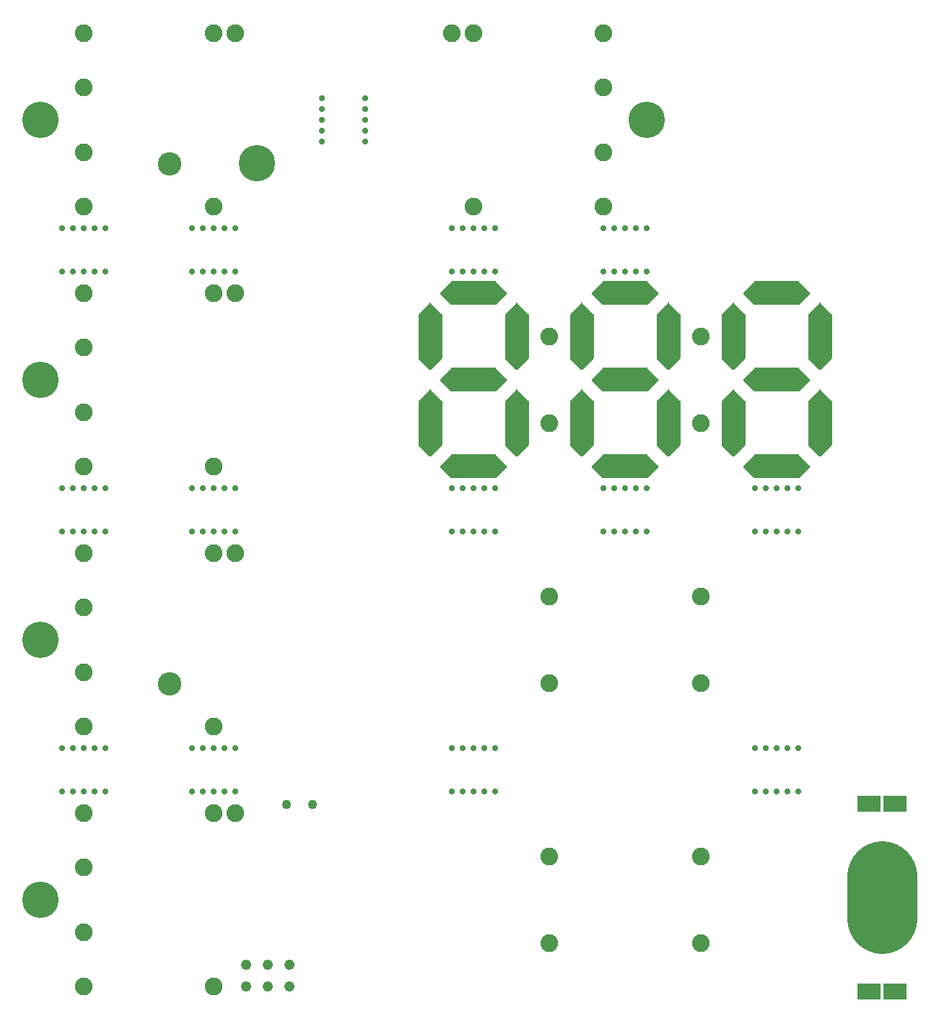
<source format=gbs>
G04 EAGLE Gerber RS-274X export*
G75*
%MOMM*%
%FSLAX34Y34*%
%LPD*%
%INSoldermask Bottom*%
%IPPOS*%
%AMOC8*
5,1,8,0,0,1.08239X$1,22.5*%
G01*
%ADD10C,4.267200*%
%ADD11C,2.743200*%
%ADD12C,0.711200*%
%ADD13C,1.103200*%
%ADD14R,2.743200X1.981200*%
%ADD15C,8.203200*%
%ADD16C,1.221313*%
%ADD17C,2.082800*%

G36*
X508078Y621043D02*
X508078Y621043D01*
X508197Y621046D01*
X508236Y621057D01*
X508276Y621061D01*
X508389Y621102D01*
X508503Y621135D01*
X508538Y621155D01*
X508576Y621169D01*
X508674Y621236D01*
X508777Y621296D01*
X508822Y621336D01*
X508839Y621347D01*
X508852Y621363D01*
X508898Y621403D01*
X521598Y634103D01*
X521658Y634181D01*
X521726Y634253D01*
X521748Y634293D01*
X521764Y634312D01*
X521770Y634325D01*
X521792Y634354D01*
X521832Y634445D01*
X521880Y634531D01*
X521895Y634589D01*
X521899Y634600D01*
X521900Y634602D01*
X521919Y634646D01*
X521934Y634744D01*
X521959Y634839D01*
X521965Y634939D01*
X521969Y634960D01*
X521967Y634972D01*
X521969Y635000D01*
X521969Y685800D01*
X521957Y685898D01*
X521954Y685997D01*
X521937Y686055D01*
X521929Y686116D01*
X521893Y686208D01*
X521865Y686303D01*
X521835Y686355D01*
X521812Y686411D01*
X521754Y686491D01*
X521704Y686577D01*
X521638Y686652D01*
X521626Y686669D01*
X521616Y686676D01*
X521598Y686698D01*
X508898Y699398D01*
X508803Y699471D01*
X508792Y699481D01*
X508790Y699482D01*
X508714Y699549D01*
X508678Y699568D01*
X508646Y699592D01*
X508537Y699640D01*
X508431Y699694D01*
X508392Y699703D01*
X508354Y699719D01*
X508237Y699737D01*
X508121Y699764D01*
X508080Y699762D01*
X508040Y699769D01*
X507922Y699757D01*
X507803Y699754D01*
X507764Y699743D01*
X507724Y699739D01*
X507611Y699699D01*
X507497Y699665D01*
X507463Y699645D01*
X507424Y699631D01*
X507326Y699564D01*
X507223Y699504D01*
X507178Y699464D01*
X507161Y699453D01*
X507148Y699437D01*
X507103Y699398D01*
X494403Y686698D01*
X494342Y686619D01*
X494274Y686547D01*
X494245Y686494D01*
X494208Y686446D01*
X494168Y686355D01*
X494120Y686269D01*
X494105Y686210D01*
X494081Y686154D01*
X494066Y686056D01*
X494041Y685961D01*
X494035Y685861D01*
X494031Y685840D01*
X494033Y685828D01*
X494031Y685800D01*
X494031Y635000D01*
X494043Y634902D01*
X494046Y634803D01*
X494063Y634745D01*
X494071Y634684D01*
X494107Y634592D01*
X494135Y634497D01*
X494156Y634461D01*
X494159Y634453D01*
X494168Y634438D01*
X494188Y634389D01*
X494246Y634309D01*
X494296Y634223D01*
X494325Y634191D01*
X494329Y634184D01*
X494338Y634175D01*
X494362Y634148D01*
X494374Y634131D01*
X494384Y634124D01*
X494403Y634103D01*
X507103Y621403D01*
X507197Y621329D01*
X507286Y621251D01*
X507322Y621232D01*
X507354Y621208D01*
X507463Y621160D01*
X507569Y621106D01*
X507608Y621097D01*
X507646Y621081D01*
X507763Y621063D01*
X507879Y621037D01*
X507920Y621038D01*
X507960Y621031D01*
X508078Y621043D01*
G37*
G36*
X609678Y621043D02*
X609678Y621043D01*
X609797Y621046D01*
X609836Y621057D01*
X609876Y621061D01*
X609989Y621102D01*
X610103Y621135D01*
X610138Y621155D01*
X610176Y621169D01*
X610274Y621236D01*
X610377Y621296D01*
X610422Y621336D01*
X610439Y621347D01*
X610452Y621363D01*
X610498Y621403D01*
X623198Y634103D01*
X623258Y634181D01*
X623326Y634253D01*
X623348Y634293D01*
X623364Y634312D01*
X623370Y634325D01*
X623392Y634354D01*
X623432Y634445D01*
X623480Y634531D01*
X623495Y634589D01*
X623499Y634600D01*
X623500Y634602D01*
X623519Y634646D01*
X623534Y634744D01*
X623559Y634839D01*
X623565Y634939D01*
X623569Y634960D01*
X623567Y634972D01*
X623569Y635000D01*
X623569Y685800D01*
X623557Y685898D01*
X623554Y685997D01*
X623537Y686055D01*
X623529Y686116D01*
X623493Y686208D01*
X623465Y686303D01*
X623435Y686355D01*
X623412Y686411D01*
X623354Y686491D01*
X623304Y686577D01*
X623238Y686652D01*
X623226Y686669D01*
X623216Y686676D01*
X623198Y686698D01*
X610498Y699398D01*
X610403Y699471D01*
X610392Y699481D01*
X610390Y699482D01*
X610314Y699549D01*
X610278Y699568D01*
X610246Y699592D01*
X610137Y699640D01*
X610031Y699694D01*
X609992Y699703D01*
X609954Y699719D01*
X609837Y699737D01*
X609721Y699764D01*
X609680Y699762D01*
X609640Y699769D01*
X609522Y699757D01*
X609403Y699754D01*
X609364Y699743D01*
X609324Y699739D01*
X609211Y699699D01*
X609097Y699665D01*
X609063Y699645D01*
X609024Y699631D01*
X608926Y699564D01*
X608823Y699504D01*
X608778Y699464D01*
X608761Y699453D01*
X608748Y699437D01*
X608703Y699398D01*
X596003Y686698D01*
X595942Y686619D01*
X595874Y686547D01*
X595845Y686494D01*
X595808Y686446D01*
X595768Y686355D01*
X595720Y686269D01*
X595705Y686210D01*
X595681Y686154D01*
X595666Y686056D01*
X595641Y685961D01*
X595635Y685861D01*
X595631Y685840D01*
X595633Y685828D01*
X595631Y685800D01*
X595631Y635000D01*
X595643Y634902D01*
X595646Y634803D01*
X595663Y634745D01*
X595671Y634684D01*
X595707Y634592D01*
X595735Y634497D01*
X595756Y634461D01*
X595759Y634453D01*
X595768Y634438D01*
X595788Y634389D01*
X595846Y634309D01*
X595896Y634223D01*
X595925Y634191D01*
X595929Y634184D01*
X595938Y634175D01*
X595962Y634148D01*
X595974Y634131D01*
X595984Y634124D01*
X596003Y634103D01*
X608703Y621403D01*
X608797Y621329D01*
X608886Y621251D01*
X608922Y621232D01*
X608954Y621208D01*
X609063Y621160D01*
X609169Y621106D01*
X609208Y621097D01*
X609246Y621081D01*
X609363Y621063D01*
X609479Y621037D01*
X609520Y621038D01*
X609560Y621031D01*
X609678Y621043D01*
G37*
G36*
X254078Y621043D02*
X254078Y621043D01*
X254197Y621046D01*
X254236Y621057D01*
X254276Y621061D01*
X254389Y621102D01*
X254503Y621135D01*
X254538Y621155D01*
X254576Y621169D01*
X254674Y621236D01*
X254777Y621296D01*
X254822Y621336D01*
X254839Y621347D01*
X254852Y621363D01*
X254898Y621403D01*
X267598Y634103D01*
X267658Y634181D01*
X267726Y634253D01*
X267748Y634293D01*
X267764Y634312D01*
X267770Y634325D01*
X267792Y634354D01*
X267832Y634445D01*
X267880Y634531D01*
X267895Y634589D01*
X267899Y634600D01*
X267900Y634602D01*
X267919Y634646D01*
X267934Y634744D01*
X267959Y634839D01*
X267965Y634939D01*
X267969Y634960D01*
X267967Y634972D01*
X267969Y635000D01*
X267969Y685800D01*
X267957Y685898D01*
X267954Y685997D01*
X267937Y686055D01*
X267929Y686116D01*
X267893Y686208D01*
X267865Y686303D01*
X267835Y686355D01*
X267812Y686411D01*
X267754Y686491D01*
X267704Y686577D01*
X267638Y686652D01*
X267626Y686669D01*
X267616Y686676D01*
X267598Y686698D01*
X254898Y699398D01*
X254803Y699471D01*
X254792Y699481D01*
X254790Y699482D01*
X254714Y699549D01*
X254678Y699568D01*
X254646Y699592D01*
X254537Y699640D01*
X254431Y699694D01*
X254392Y699703D01*
X254354Y699719D01*
X254237Y699737D01*
X254121Y699764D01*
X254080Y699762D01*
X254040Y699769D01*
X253922Y699757D01*
X253803Y699754D01*
X253764Y699743D01*
X253724Y699739D01*
X253611Y699699D01*
X253497Y699665D01*
X253463Y699645D01*
X253424Y699631D01*
X253326Y699564D01*
X253223Y699504D01*
X253178Y699464D01*
X253161Y699453D01*
X253148Y699437D01*
X253103Y699398D01*
X240403Y686698D01*
X240342Y686619D01*
X240274Y686547D01*
X240245Y686494D01*
X240208Y686446D01*
X240168Y686355D01*
X240120Y686269D01*
X240105Y686210D01*
X240081Y686154D01*
X240066Y686056D01*
X240041Y685961D01*
X240035Y685861D01*
X240031Y685840D01*
X240033Y685828D01*
X240031Y685800D01*
X240031Y635000D01*
X240043Y634902D01*
X240046Y634803D01*
X240063Y634745D01*
X240071Y634684D01*
X240107Y634592D01*
X240135Y634497D01*
X240156Y634461D01*
X240159Y634453D01*
X240168Y634438D01*
X240188Y634389D01*
X240246Y634309D01*
X240296Y634223D01*
X240325Y634191D01*
X240329Y634184D01*
X240338Y634175D01*
X240362Y634148D01*
X240374Y634131D01*
X240384Y634124D01*
X240403Y634103D01*
X253103Y621403D01*
X253197Y621329D01*
X253286Y621251D01*
X253322Y621232D01*
X253354Y621208D01*
X253463Y621160D01*
X253569Y621106D01*
X253608Y621097D01*
X253646Y621081D01*
X253763Y621063D01*
X253879Y621037D01*
X253920Y621038D01*
X253960Y621031D01*
X254078Y621043D01*
G37*
G36*
X431878Y621043D02*
X431878Y621043D01*
X431997Y621046D01*
X432036Y621057D01*
X432076Y621061D01*
X432189Y621102D01*
X432303Y621135D01*
X432338Y621155D01*
X432376Y621169D01*
X432474Y621236D01*
X432577Y621296D01*
X432622Y621336D01*
X432639Y621347D01*
X432652Y621363D01*
X432698Y621403D01*
X445398Y634103D01*
X445458Y634181D01*
X445526Y634253D01*
X445548Y634293D01*
X445564Y634312D01*
X445570Y634325D01*
X445592Y634354D01*
X445632Y634445D01*
X445680Y634531D01*
X445695Y634589D01*
X445699Y634600D01*
X445700Y634602D01*
X445719Y634646D01*
X445734Y634744D01*
X445759Y634839D01*
X445765Y634939D01*
X445769Y634960D01*
X445767Y634972D01*
X445769Y635000D01*
X445769Y685800D01*
X445757Y685898D01*
X445754Y685997D01*
X445737Y686055D01*
X445729Y686116D01*
X445693Y686208D01*
X445665Y686303D01*
X445635Y686355D01*
X445612Y686411D01*
X445554Y686491D01*
X445504Y686577D01*
X445438Y686652D01*
X445426Y686669D01*
X445416Y686676D01*
X445398Y686698D01*
X432698Y699398D01*
X432603Y699471D01*
X432592Y699481D01*
X432590Y699482D01*
X432514Y699549D01*
X432478Y699568D01*
X432446Y699592D01*
X432337Y699640D01*
X432231Y699694D01*
X432192Y699703D01*
X432154Y699719D01*
X432037Y699737D01*
X431921Y699764D01*
X431880Y699762D01*
X431840Y699769D01*
X431722Y699757D01*
X431603Y699754D01*
X431564Y699743D01*
X431524Y699739D01*
X431411Y699699D01*
X431297Y699665D01*
X431263Y699645D01*
X431224Y699631D01*
X431126Y699564D01*
X431023Y699504D01*
X430978Y699464D01*
X430961Y699453D01*
X430948Y699437D01*
X430903Y699398D01*
X418203Y686698D01*
X418142Y686619D01*
X418074Y686547D01*
X418045Y686494D01*
X418008Y686446D01*
X417968Y686355D01*
X417920Y686269D01*
X417905Y686210D01*
X417881Y686154D01*
X417866Y686056D01*
X417841Y685961D01*
X417835Y685861D01*
X417831Y685840D01*
X417833Y685828D01*
X417831Y685800D01*
X417831Y635000D01*
X417843Y634902D01*
X417846Y634803D01*
X417863Y634745D01*
X417871Y634684D01*
X417907Y634592D01*
X417935Y634497D01*
X417956Y634461D01*
X417959Y634453D01*
X417968Y634438D01*
X417988Y634389D01*
X418046Y634309D01*
X418096Y634223D01*
X418125Y634191D01*
X418129Y634184D01*
X418138Y634175D01*
X418162Y634148D01*
X418174Y634131D01*
X418184Y634124D01*
X418203Y634103D01*
X430903Y621403D01*
X430997Y621329D01*
X431086Y621251D01*
X431122Y621232D01*
X431154Y621208D01*
X431263Y621160D01*
X431369Y621106D01*
X431408Y621097D01*
X431446Y621081D01*
X431563Y621063D01*
X431679Y621037D01*
X431720Y621038D01*
X431760Y621031D01*
X431878Y621043D01*
G37*
G36*
X152478Y621043D02*
X152478Y621043D01*
X152597Y621046D01*
X152636Y621057D01*
X152676Y621061D01*
X152789Y621102D01*
X152903Y621135D01*
X152938Y621155D01*
X152976Y621169D01*
X153074Y621236D01*
X153177Y621296D01*
X153222Y621336D01*
X153239Y621347D01*
X153252Y621363D01*
X153298Y621403D01*
X165998Y634103D01*
X166058Y634181D01*
X166126Y634253D01*
X166148Y634293D01*
X166164Y634312D01*
X166170Y634325D01*
X166192Y634354D01*
X166232Y634445D01*
X166280Y634531D01*
X166295Y634589D01*
X166299Y634600D01*
X166300Y634602D01*
X166319Y634646D01*
X166334Y634744D01*
X166359Y634839D01*
X166365Y634939D01*
X166369Y634960D01*
X166367Y634972D01*
X166369Y635000D01*
X166369Y685800D01*
X166357Y685898D01*
X166354Y685997D01*
X166337Y686055D01*
X166329Y686116D01*
X166293Y686208D01*
X166265Y686303D01*
X166235Y686355D01*
X166212Y686411D01*
X166154Y686491D01*
X166104Y686577D01*
X166038Y686652D01*
X166026Y686669D01*
X166016Y686676D01*
X165998Y686698D01*
X153298Y699398D01*
X153203Y699471D01*
X153192Y699481D01*
X153190Y699482D01*
X153114Y699549D01*
X153078Y699568D01*
X153046Y699592D01*
X152937Y699640D01*
X152831Y699694D01*
X152792Y699703D01*
X152754Y699719D01*
X152637Y699737D01*
X152521Y699764D01*
X152480Y699762D01*
X152440Y699769D01*
X152322Y699757D01*
X152203Y699754D01*
X152164Y699743D01*
X152124Y699739D01*
X152011Y699699D01*
X151897Y699665D01*
X151863Y699645D01*
X151824Y699631D01*
X151726Y699564D01*
X151623Y699504D01*
X151578Y699464D01*
X151561Y699453D01*
X151548Y699437D01*
X151503Y699398D01*
X138803Y686698D01*
X138742Y686619D01*
X138674Y686547D01*
X138645Y686494D01*
X138608Y686446D01*
X138568Y686355D01*
X138520Y686269D01*
X138505Y686210D01*
X138481Y686154D01*
X138466Y686056D01*
X138441Y685961D01*
X138435Y685861D01*
X138431Y685840D01*
X138433Y685828D01*
X138431Y685800D01*
X138431Y635000D01*
X138443Y634902D01*
X138446Y634803D01*
X138463Y634745D01*
X138471Y634684D01*
X138507Y634592D01*
X138535Y634497D01*
X138556Y634461D01*
X138559Y634453D01*
X138568Y634438D01*
X138588Y634389D01*
X138646Y634309D01*
X138696Y634223D01*
X138725Y634191D01*
X138729Y634184D01*
X138738Y634175D01*
X138762Y634148D01*
X138774Y634131D01*
X138784Y634124D01*
X138803Y634103D01*
X151503Y621403D01*
X151597Y621329D01*
X151686Y621251D01*
X151722Y621232D01*
X151754Y621208D01*
X151863Y621160D01*
X151969Y621106D01*
X152008Y621097D01*
X152046Y621081D01*
X152163Y621063D01*
X152279Y621037D01*
X152320Y621038D01*
X152360Y621031D01*
X152478Y621043D01*
G37*
G36*
X330278Y621043D02*
X330278Y621043D01*
X330397Y621046D01*
X330436Y621057D01*
X330476Y621061D01*
X330589Y621102D01*
X330703Y621135D01*
X330738Y621155D01*
X330776Y621169D01*
X330874Y621236D01*
X330977Y621296D01*
X331022Y621336D01*
X331039Y621347D01*
X331052Y621363D01*
X331098Y621403D01*
X343798Y634103D01*
X343858Y634181D01*
X343926Y634253D01*
X343948Y634293D01*
X343964Y634312D01*
X343970Y634325D01*
X343992Y634354D01*
X344032Y634445D01*
X344080Y634531D01*
X344095Y634589D01*
X344099Y634600D01*
X344100Y634602D01*
X344119Y634646D01*
X344134Y634744D01*
X344159Y634839D01*
X344165Y634939D01*
X344169Y634960D01*
X344167Y634972D01*
X344169Y635000D01*
X344169Y685800D01*
X344157Y685898D01*
X344154Y685997D01*
X344137Y686055D01*
X344129Y686116D01*
X344093Y686208D01*
X344065Y686303D01*
X344035Y686355D01*
X344012Y686411D01*
X343954Y686491D01*
X343904Y686577D01*
X343838Y686652D01*
X343826Y686669D01*
X343816Y686676D01*
X343798Y686698D01*
X331098Y699398D01*
X331003Y699471D01*
X330992Y699481D01*
X330990Y699482D01*
X330914Y699549D01*
X330878Y699568D01*
X330846Y699592D01*
X330737Y699640D01*
X330631Y699694D01*
X330592Y699703D01*
X330554Y699719D01*
X330437Y699737D01*
X330321Y699764D01*
X330280Y699762D01*
X330240Y699769D01*
X330122Y699757D01*
X330003Y699754D01*
X329964Y699743D01*
X329924Y699739D01*
X329811Y699699D01*
X329697Y699665D01*
X329663Y699645D01*
X329624Y699631D01*
X329526Y699564D01*
X329423Y699504D01*
X329378Y699464D01*
X329361Y699453D01*
X329348Y699437D01*
X329303Y699398D01*
X316603Y686698D01*
X316542Y686619D01*
X316474Y686547D01*
X316445Y686494D01*
X316408Y686446D01*
X316368Y686355D01*
X316320Y686269D01*
X316305Y686210D01*
X316281Y686154D01*
X316266Y686056D01*
X316241Y685961D01*
X316235Y685861D01*
X316231Y685840D01*
X316233Y685828D01*
X316231Y685800D01*
X316231Y635000D01*
X316243Y634902D01*
X316246Y634803D01*
X316263Y634745D01*
X316271Y634684D01*
X316307Y634592D01*
X316335Y634497D01*
X316356Y634461D01*
X316359Y634453D01*
X316368Y634438D01*
X316388Y634389D01*
X316446Y634309D01*
X316496Y634223D01*
X316525Y634191D01*
X316529Y634184D01*
X316538Y634175D01*
X316562Y634148D01*
X316574Y634131D01*
X316584Y634124D01*
X316603Y634103D01*
X329303Y621403D01*
X329397Y621329D01*
X329486Y621251D01*
X329522Y621232D01*
X329554Y621208D01*
X329663Y621160D01*
X329769Y621106D01*
X329808Y621097D01*
X329846Y621081D01*
X329963Y621063D01*
X330079Y621037D01*
X330120Y621038D01*
X330160Y621031D01*
X330278Y621043D01*
G37*
G36*
X254078Y722643D02*
X254078Y722643D01*
X254197Y722646D01*
X254236Y722657D01*
X254276Y722661D01*
X254389Y722702D01*
X254503Y722735D01*
X254538Y722755D01*
X254576Y722769D01*
X254674Y722836D01*
X254777Y722896D01*
X254822Y722936D01*
X254839Y722947D01*
X254852Y722963D01*
X254898Y723003D01*
X267598Y735703D01*
X267658Y735781D01*
X267726Y735853D01*
X267748Y735893D01*
X267764Y735912D01*
X267770Y735925D01*
X267792Y735954D01*
X267832Y736045D01*
X267880Y736131D01*
X267895Y736189D01*
X267899Y736200D01*
X267900Y736202D01*
X267919Y736246D01*
X267934Y736344D01*
X267959Y736439D01*
X267965Y736539D01*
X267969Y736560D01*
X267967Y736572D01*
X267969Y736600D01*
X267969Y787400D01*
X267957Y787498D01*
X267954Y787597D01*
X267937Y787655D01*
X267929Y787716D01*
X267893Y787808D01*
X267865Y787903D01*
X267835Y787955D01*
X267812Y788011D01*
X267754Y788091D01*
X267704Y788177D01*
X267638Y788252D01*
X267626Y788269D01*
X267616Y788276D01*
X267598Y788298D01*
X254898Y800998D01*
X254803Y801071D01*
X254792Y801081D01*
X254790Y801082D01*
X254714Y801149D01*
X254678Y801168D01*
X254646Y801192D01*
X254537Y801240D01*
X254431Y801294D01*
X254392Y801303D01*
X254354Y801319D01*
X254237Y801337D01*
X254121Y801364D01*
X254080Y801362D01*
X254040Y801369D01*
X253922Y801357D01*
X253803Y801354D01*
X253764Y801343D01*
X253724Y801339D01*
X253611Y801299D01*
X253497Y801265D01*
X253463Y801245D01*
X253424Y801231D01*
X253326Y801164D01*
X253223Y801104D01*
X253178Y801064D01*
X253161Y801053D01*
X253148Y801037D01*
X253103Y800998D01*
X240403Y788298D01*
X240342Y788219D01*
X240274Y788147D01*
X240245Y788094D01*
X240208Y788046D01*
X240168Y787955D01*
X240120Y787869D01*
X240105Y787810D01*
X240081Y787754D01*
X240066Y787656D01*
X240041Y787561D01*
X240035Y787461D01*
X240031Y787440D01*
X240033Y787428D01*
X240031Y787400D01*
X240031Y736600D01*
X240043Y736502D01*
X240046Y736403D01*
X240063Y736345D01*
X240071Y736284D01*
X240107Y736192D01*
X240135Y736097D01*
X240156Y736061D01*
X240159Y736053D01*
X240168Y736038D01*
X240188Y735989D01*
X240246Y735909D01*
X240296Y735823D01*
X240325Y735791D01*
X240329Y735784D01*
X240338Y735775D01*
X240362Y735748D01*
X240374Y735731D01*
X240384Y735724D01*
X240403Y735703D01*
X253103Y723003D01*
X253197Y722929D01*
X253286Y722851D01*
X253322Y722832D01*
X253354Y722808D01*
X253463Y722760D01*
X253569Y722706D01*
X253608Y722697D01*
X253646Y722681D01*
X253763Y722663D01*
X253879Y722637D01*
X253920Y722638D01*
X253960Y722631D01*
X254078Y722643D01*
G37*
G36*
X508078Y722643D02*
X508078Y722643D01*
X508197Y722646D01*
X508236Y722657D01*
X508276Y722661D01*
X508389Y722702D01*
X508503Y722735D01*
X508538Y722755D01*
X508576Y722769D01*
X508674Y722836D01*
X508777Y722896D01*
X508822Y722936D01*
X508839Y722947D01*
X508852Y722963D01*
X508898Y723003D01*
X521598Y735703D01*
X521658Y735781D01*
X521726Y735853D01*
X521748Y735893D01*
X521764Y735912D01*
X521770Y735925D01*
X521792Y735954D01*
X521832Y736045D01*
X521880Y736131D01*
X521895Y736189D01*
X521899Y736200D01*
X521900Y736202D01*
X521919Y736246D01*
X521934Y736344D01*
X521959Y736439D01*
X521965Y736539D01*
X521969Y736560D01*
X521967Y736572D01*
X521969Y736600D01*
X521969Y787400D01*
X521957Y787498D01*
X521954Y787597D01*
X521937Y787655D01*
X521929Y787716D01*
X521893Y787808D01*
X521865Y787903D01*
X521835Y787955D01*
X521812Y788011D01*
X521754Y788091D01*
X521704Y788177D01*
X521638Y788252D01*
X521626Y788269D01*
X521616Y788276D01*
X521598Y788298D01*
X508898Y800998D01*
X508803Y801071D01*
X508792Y801081D01*
X508790Y801082D01*
X508714Y801149D01*
X508678Y801168D01*
X508646Y801192D01*
X508537Y801240D01*
X508431Y801294D01*
X508392Y801303D01*
X508354Y801319D01*
X508237Y801337D01*
X508121Y801364D01*
X508080Y801362D01*
X508040Y801369D01*
X507922Y801357D01*
X507803Y801354D01*
X507764Y801343D01*
X507724Y801339D01*
X507611Y801299D01*
X507497Y801265D01*
X507463Y801245D01*
X507424Y801231D01*
X507326Y801164D01*
X507223Y801104D01*
X507178Y801064D01*
X507161Y801053D01*
X507148Y801037D01*
X507103Y800998D01*
X494403Y788298D01*
X494342Y788219D01*
X494274Y788147D01*
X494245Y788094D01*
X494208Y788046D01*
X494168Y787955D01*
X494120Y787869D01*
X494105Y787810D01*
X494081Y787754D01*
X494066Y787656D01*
X494041Y787561D01*
X494035Y787461D01*
X494031Y787440D01*
X494033Y787428D01*
X494031Y787400D01*
X494031Y736600D01*
X494043Y736502D01*
X494046Y736403D01*
X494063Y736345D01*
X494071Y736284D01*
X494107Y736192D01*
X494135Y736097D01*
X494156Y736061D01*
X494159Y736053D01*
X494168Y736038D01*
X494188Y735989D01*
X494246Y735909D01*
X494296Y735823D01*
X494325Y735791D01*
X494329Y735784D01*
X494338Y735775D01*
X494362Y735748D01*
X494374Y735731D01*
X494384Y735724D01*
X494403Y735703D01*
X507103Y723003D01*
X507197Y722929D01*
X507286Y722851D01*
X507322Y722832D01*
X507354Y722808D01*
X507463Y722760D01*
X507569Y722706D01*
X507608Y722697D01*
X507646Y722681D01*
X507763Y722663D01*
X507879Y722637D01*
X507920Y722638D01*
X507960Y722631D01*
X508078Y722643D01*
G37*
G36*
X152478Y722643D02*
X152478Y722643D01*
X152597Y722646D01*
X152636Y722657D01*
X152676Y722661D01*
X152789Y722702D01*
X152903Y722735D01*
X152938Y722755D01*
X152976Y722769D01*
X153074Y722836D01*
X153177Y722896D01*
X153222Y722936D01*
X153239Y722947D01*
X153252Y722963D01*
X153298Y723003D01*
X165998Y735703D01*
X166058Y735781D01*
X166126Y735853D01*
X166148Y735893D01*
X166164Y735912D01*
X166170Y735925D01*
X166192Y735954D01*
X166232Y736045D01*
X166280Y736131D01*
X166295Y736189D01*
X166299Y736200D01*
X166300Y736202D01*
X166319Y736246D01*
X166334Y736344D01*
X166359Y736439D01*
X166365Y736539D01*
X166369Y736560D01*
X166367Y736572D01*
X166369Y736600D01*
X166369Y787400D01*
X166357Y787498D01*
X166354Y787597D01*
X166337Y787655D01*
X166329Y787716D01*
X166293Y787808D01*
X166265Y787903D01*
X166235Y787955D01*
X166212Y788011D01*
X166154Y788091D01*
X166104Y788177D01*
X166038Y788252D01*
X166026Y788269D01*
X166016Y788276D01*
X165998Y788298D01*
X153298Y800998D01*
X153203Y801071D01*
X153192Y801081D01*
X153190Y801082D01*
X153114Y801149D01*
X153078Y801168D01*
X153046Y801192D01*
X152937Y801240D01*
X152831Y801294D01*
X152792Y801303D01*
X152754Y801319D01*
X152637Y801337D01*
X152521Y801364D01*
X152480Y801362D01*
X152440Y801369D01*
X152322Y801357D01*
X152203Y801354D01*
X152164Y801343D01*
X152124Y801339D01*
X152011Y801299D01*
X151897Y801265D01*
X151863Y801245D01*
X151824Y801231D01*
X151726Y801164D01*
X151623Y801104D01*
X151578Y801064D01*
X151561Y801053D01*
X151548Y801037D01*
X151503Y800998D01*
X138803Y788298D01*
X138742Y788219D01*
X138674Y788147D01*
X138645Y788094D01*
X138608Y788046D01*
X138568Y787955D01*
X138520Y787869D01*
X138505Y787810D01*
X138481Y787754D01*
X138466Y787656D01*
X138441Y787561D01*
X138435Y787461D01*
X138431Y787440D01*
X138433Y787428D01*
X138431Y787400D01*
X138431Y736600D01*
X138443Y736502D01*
X138446Y736403D01*
X138463Y736345D01*
X138471Y736284D01*
X138507Y736192D01*
X138535Y736097D01*
X138556Y736061D01*
X138559Y736053D01*
X138568Y736038D01*
X138588Y735989D01*
X138646Y735909D01*
X138696Y735823D01*
X138725Y735791D01*
X138729Y735784D01*
X138738Y735775D01*
X138762Y735748D01*
X138774Y735731D01*
X138784Y735724D01*
X138803Y735703D01*
X151503Y723003D01*
X151597Y722929D01*
X151686Y722851D01*
X151722Y722832D01*
X151754Y722808D01*
X151863Y722760D01*
X151969Y722706D01*
X152008Y722697D01*
X152046Y722681D01*
X152163Y722663D01*
X152279Y722637D01*
X152320Y722638D01*
X152360Y722631D01*
X152478Y722643D01*
G37*
G36*
X609678Y722643D02*
X609678Y722643D01*
X609797Y722646D01*
X609836Y722657D01*
X609876Y722661D01*
X609989Y722702D01*
X610103Y722735D01*
X610138Y722755D01*
X610176Y722769D01*
X610274Y722836D01*
X610377Y722896D01*
X610422Y722936D01*
X610439Y722947D01*
X610452Y722963D01*
X610498Y723003D01*
X623198Y735703D01*
X623258Y735781D01*
X623326Y735853D01*
X623348Y735893D01*
X623364Y735912D01*
X623370Y735925D01*
X623392Y735954D01*
X623432Y736045D01*
X623480Y736131D01*
X623495Y736189D01*
X623499Y736200D01*
X623500Y736202D01*
X623519Y736246D01*
X623534Y736344D01*
X623559Y736439D01*
X623565Y736539D01*
X623569Y736560D01*
X623567Y736572D01*
X623569Y736600D01*
X623569Y787400D01*
X623557Y787498D01*
X623554Y787597D01*
X623537Y787655D01*
X623529Y787716D01*
X623493Y787808D01*
X623465Y787903D01*
X623435Y787955D01*
X623412Y788011D01*
X623354Y788091D01*
X623304Y788177D01*
X623238Y788252D01*
X623226Y788269D01*
X623216Y788276D01*
X623198Y788298D01*
X610498Y800998D01*
X610403Y801071D01*
X610392Y801081D01*
X610390Y801082D01*
X610314Y801149D01*
X610278Y801168D01*
X610246Y801192D01*
X610137Y801240D01*
X610031Y801294D01*
X609992Y801303D01*
X609954Y801319D01*
X609837Y801337D01*
X609721Y801364D01*
X609680Y801362D01*
X609640Y801369D01*
X609522Y801357D01*
X609403Y801354D01*
X609364Y801343D01*
X609324Y801339D01*
X609211Y801299D01*
X609097Y801265D01*
X609063Y801245D01*
X609024Y801231D01*
X608926Y801164D01*
X608823Y801104D01*
X608778Y801064D01*
X608761Y801053D01*
X608748Y801037D01*
X608703Y800998D01*
X596003Y788298D01*
X595942Y788219D01*
X595874Y788147D01*
X595845Y788094D01*
X595808Y788046D01*
X595768Y787955D01*
X595720Y787869D01*
X595705Y787810D01*
X595681Y787754D01*
X595666Y787656D01*
X595641Y787561D01*
X595635Y787461D01*
X595631Y787440D01*
X595633Y787428D01*
X595631Y787400D01*
X595631Y736600D01*
X595643Y736502D01*
X595646Y736403D01*
X595663Y736345D01*
X595671Y736284D01*
X595707Y736192D01*
X595735Y736097D01*
X595756Y736061D01*
X595759Y736053D01*
X595768Y736038D01*
X595788Y735989D01*
X595846Y735909D01*
X595896Y735823D01*
X595925Y735791D01*
X595929Y735784D01*
X595938Y735775D01*
X595962Y735748D01*
X595974Y735731D01*
X595984Y735724D01*
X596003Y735703D01*
X608703Y723003D01*
X608797Y722929D01*
X608886Y722851D01*
X608922Y722832D01*
X608954Y722808D01*
X609063Y722760D01*
X609169Y722706D01*
X609208Y722697D01*
X609246Y722681D01*
X609363Y722663D01*
X609479Y722637D01*
X609520Y722638D01*
X609560Y722631D01*
X609678Y722643D01*
G37*
G36*
X431878Y722643D02*
X431878Y722643D01*
X431997Y722646D01*
X432036Y722657D01*
X432076Y722661D01*
X432189Y722702D01*
X432303Y722735D01*
X432338Y722755D01*
X432376Y722769D01*
X432474Y722836D01*
X432577Y722896D01*
X432622Y722936D01*
X432639Y722947D01*
X432652Y722963D01*
X432698Y723003D01*
X445398Y735703D01*
X445458Y735781D01*
X445526Y735853D01*
X445548Y735893D01*
X445564Y735912D01*
X445570Y735925D01*
X445592Y735954D01*
X445632Y736045D01*
X445680Y736131D01*
X445695Y736189D01*
X445699Y736200D01*
X445700Y736202D01*
X445719Y736246D01*
X445734Y736344D01*
X445759Y736439D01*
X445765Y736539D01*
X445769Y736560D01*
X445767Y736572D01*
X445769Y736600D01*
X445769Y787400D01*
X445757Y787498D01*
X445754Y787597D01*
X445737Y787655D01*
X445729Y787716D01*
X445693Y787808D01*
X445665Y787903D01*
X445635Y787955D01*
X445612Y788011D01*
X445554Y788091D01*
X445504Y788177D01*
X445438Y788252D01*
X445426Y788269D01*
X445416Y788276D01*
X445398Y788298D01*
X432698Y800998D01*
X432603Y801071D01*
X432592Y801081D01*
X432590Y801082D01*
X432514Y801149D01*
X432478Y801168D01*
X432446Y801192D01*
X432337Y801240D01*
X432231Y801294D01*
X432192Y801303D01*
X432154Y801319D01*
X432037Y801337D01*
X431921Y801364D01*
X431880Y801362D01*
X431840Y801369D01*
X431722Y801357D01*
X431603Y801354D01*
X431564Y801343D01*
X431524Y801339D01*
X431411Y801299D01*
X431297Y801265D01*
X431263Y801245D01*
X431224Y801231D01*
X431126Y801164D01*
X431023Y801104D01*
X430978Y801064D01*
X430961Y801053D01*
X430948Y801037D01*
X430903Y800998D01*
X418203Y788298D01*
X418142Y788219D01*
X418074Y788147D01*
X418045Y788094D01*
X418008Y788046D01*
X417968Y787955D01*
X417920Y787869D01*
X417905Y787810D01*
X417881Y787754D01*
X417866Y787656D01*
X417841Y787561D01*
X417835Y787461D01*
X417831Y787440D01*
X417833Y787428D01*
X417831Y787400D01*
X417831Y736600D01*
X417843Y736502D01*
X417846Y736403D01*
X417863Y736345D01*
X417871Y736284D01*
X417907Y736192D01*
X417935Y736097D01*
X417956Y736061D01*
X417959Y736053D01*
X417968Y736038D01*
X417988Y735989D01*
X418046Y735909D01*
X418096Y735823D01*
X418125Y735791D01*
X418129Y735784D01*
X418138Y735775D01*
X418162Y735748D01*
X418174Y735731D01*
X418184Y735724D01*
X418203Y735703D01*
X430903Y723003D01*
X430997Y722929D01*
X431086Y722851D01*
X431122Y722832D01*
X431154Y722808D01*
X431263Y722760D01*
X431369Y722706D01*
X431408Y722697D01*
X431446Y722681D01*
X431563Y722663D01*
X431679Y722637D01*
X431720Y722638D01*
X431760Y722631D01*
X431878Y722643D01*
G37*
G36*
X330278Y722643D02*
X330278Y722643D01*
X330397Y722646D01*
X330436Y722657D01*
X330476Y722661D01*
X330589Y722702D01*
X330703Y722735D01*
X330738Y722755D01*
X330776Y722769D01*
X330874Y722836D01*
X330977Y722896D01*
X331022Y722936D01*
X331039Y722947D01*
X331052Y722963D01*
X331098Y723003D01*
X343798Y735703D01*
X343858Y735781D01*
X343926Y735853D01*
X343948Y735893D01*
X343964Y735912D01*
X343970Y735925D01*
X343992Y735954D01*
X344032Y736045D01*
X344080Y736131D01*
X344095Y736189D01*
X344099Y736200D01*
X344100Y736202D01*
X344119Y736246D01*
X344134Y736344D01*
X344159Y736439D01*
X344165Y736539D01*
X344169Y736560D01*
X344167Y736572D01*
X344169Y736600D01*
X344169Y787400D01*
X344157Y787498D01*
X344154Y787597D01*
X344137Y787655D01*
X344129Y787716D01*
X344093Y787808D01*
X344065Y787903D01*
X344035Y787955D01*
X344012Y788011D01*
X343954Y788091D01*
X343904Y788177D01*
X343838Y788252D01*
X343826Y788269D01*
X343816Y788276D01*
X343798Y788298D01*
X331098Y800998D01*
X331003Y801071D01*
X330992Y801081D01*
X330990Y801082D01*
X330914Y801149D01*
X330878Y801168D01*
X330846Y801192D01*
X330737Y801240D01*
X330631Y801294D01*
X330592Y801303D01*
X330554Y801319D01*
X330437Y801337D01*
X330321Y801364D01*
X330280Y801362D01*
X330240Y801369D01*
X330122Y801357D01*
X330003Y801354D01*
X329964Y801343D01*
X329924Y801339D01*
X329811Y801299D01*
X329697Y801265D01*
X329663Y801245D01*
X329624Y801231D01*
X329526Y801164D01*
X329423Y801104D01*
X329378Y801064D01*
X329361Y801053D01*
X329348Y801037D01*
X329303Y800998D01*
X316603Y788298D01*
X316542Y788219D01*
X316474Y788147D01*
X316445Y788094D01*
X316408Y788046D01*
X316368Y787955D01*
X316320Y787869D01*
X316305Y787810D01*
X316281Y787754D01*
X316266Y787656D01*
X316241Y787561D01*
X316235Y787461D01*
X316231Y787440D01*
X316233Y787428D01*
X316231Y787400D01*
X316231Y736600D01*
X316243Y736502D01*
X316246Y736403D01*
X316263Y736345D01*
X316271Y736284D01*
X316307Y736192D01*
X316335Y736097D01*
X316356Y736061D01*
X316359Y736053D01*
X316368Y736038D01*
X316388Y735989D01*
X316446Y735909D01*
X316496Y735823D01*
X316525Y735791D01*
X316529Y735784D01*
X316538Y735775D01*
X316562Y735748D01*
X316574Y735731D01*
X316584Y735724D01*
X316603Y735703D01*
X329303Y723003D01*
X329397Y722929D01*
X329486Y722851D01*
X329522Y722832D01*
X329554Y722808D01*
X329663Y722760D01*
X329769Y722706D01*
X329808Y722697D01*
X329846Y722681D01*
X329963Y722663D01*
X330079Y722637D01*
X330120Y722638D01*
X330160Y722631D01*
X330278Y722643D01*
G37*
G36*
X406498Y798843D02*
X406498Y798843D01*
X406597Y798846D01*
X406655Y798863D01*
X406716Y798871D01*
X406808Y798907D01*
X406903Y798935D01*
X406955Y798965D01*
X407011Y798988D01*
X407091Y799046D01*
X407177Y799096D01*
X407252Y799162D01*
X407269Y799174D01*
X407276Y799184D01*
X407298Y799203D01*
X419998Y811903D01*
X420071Y811997D01*
X420149Y812086D01*
X420161Y812108D01*
X420164Y812112D01*
X420170Y812125D01*
X420192Y812154D01*
X420240Y812263D01*
X420294Y812369D01*
X420303Y812408D01*
X420319Y812446D01*
X420337Y812563D01*
X420364Y812679D01*
X420362Y812720D01*
X420369Y812760D01*
X420357Y812878D01*
X420354Y812997D01*
X420343Y813036D01*
X420339Y813076D01*
X420299Y813189D01*
X420265Y813303D01*
X420245Y813338D01*
X420231Y813376D01*
X420164Y813474D01*
X420104Y813577D01*
X420064Y813622D01*
X420053Y813639D01*
X420037Y813652D01*
X419998Y813698D01*
X407298Y826398D01*
X407219Y826458D01*
X407147Y826526D01*
X407094Y826555D01*
X407046Y826592D01*
X406955Y826632D01*
X406869Y826680D01*
X406810Y826695D01*
X406754Y826719D01*
X406656Y826734D01*
X406561Y826759D01*
X406461Y826765D01*
X406440Y826769D01*
X406428Y826767D01*
X406400Y826769D01*
X355600Y826769D01*
X355502Y826757D01*
X355403Y826754D01*
X355345Y826737D01*
X355284Y826729D01*
X355192Y826693D01*
X355097Y826665D01*
X355045Y826635D01*
X354989Y826612D01*
X354909Y826554D01*
X354823Y826504D01*
X354748Y826438D01*
X354731Y826426D01*
X354724Y826416D01*
X354721Y826414D01*
X354716Y826411D01*
X354714Y826408D01*
X354703Y826398D01*
X342003Y813698D01*
X341929Y813603D01*
X341851Y813514D01*
X341832Y813478D01*
X341808Y813446D01*
X341760Y813337D01*
X341706Y813231D01*
X341697Y813192D01*
X341681Y813154D01*
X341663Y813037D01*
X341637Y812921D01*
X341638Y812880D01*
X341631Y812840D01*
X341643Y812722D01*
X341646Y812603D01*
X341657Y812564D01*
X341661Y812524D01*
X341702Y812411D01*
X341735Y812297D01*
X341755Y812263D01*
X341769Y812224D01*
X341836Y812126D01*
X341896Y812023D01*
X341925Y811991D01*
X341929Y811984D01*
X341937Y811977D01*
X341947Y811961D01*
X341963Y811948D01*
X342003Y811903D01*
X354703Y799203D01*
X354781Y799142D01*
X354853Y799074D01*
X354906Y799045D01*
X354954Y799008D01*
X355045Y798968D01*
X355131Y798920D01*
X355190Y798905D01*
X355246Y798881D01*
X355344Y798866D01*
X355439Y798841D01*
X355539Y798835D01*
X355560Y798831D01*
X355572Y798833D01*
X355600Y798831D01*
X406400Y798831D01*
X406498Y798843D01*
G37*
G36*
X584298Y798843D02*
X584298Y798843D01*
X584397Y798846D01*
X584455Y798863D01*
X584516Y798871D01*
X584608Y798907D01*
X584703Y798935D01*
X584755Y798965D01*
X584811Y798988D01*
X584891Y799046D01*
X584977Y799096D01*
X585052Y799162D01*
X585069Y799174D01*
X585076Y799184D01*
X585098Y799203D01*
X597798Y811903D01*
X597871Y811997D01*
X597949Y812086D01*
X597961Y812108D01*
X597964Y812112D01*
X597970Y812125D01*
X597992Y812154D01*
X598040Y812263D01*
X598094Y812369D01*
X598103Y812408D01*
X598119Y812446D01*
X598137Y812563D01*
X598164Y812679D01*
X598162Y812720D01*
X598169Y812760D01*
X598157Y812878D01*
X598154Y812997D01*
X598143Y813036D01*
X598139Y813076D01*
X598099Y813189D01*
X598065Y813303D01*
X598045Y813338D01*
X598031Y813376D01*
X597964Y813474D01*
X597904Y813577D01*
X597864Y813622D01*
X597853Y813639D01*
X597837Y813652D01*
X597798Y813698D01*
X585098Y826398D01*
X585019Y826458D01*
X584947Y826526D01*
X584894Y826555D01*
X584846Y826592D01*
X584755Y826632D01*
X584669Y826680D01*
X584610Y826695D01*
X584554Y826719D01*
X584456Y826734D01*
X584361Y826759D01*
X584261Y826765D01*
X584240Y826769D01*
X584228Y826767D01*
X584200Y826769D01*
X533400Y826769D01*
X533302Y826757D01*
X533203Y826754D01*
X533145Y826737D01*
X533084Y826729D01*
X532992Y826693D01*
X532897Y826665D01*
X532845Y826635D01*
X532789Y826612D01*
X532709Y826554D01*
X532623Y826504D01*
X532548Y826438D01*
X532531Y826426D01*
X532524Y826416D01*
X532521Y826414D01*
X532516Y826411D01*
X532514Y826408D01*
X532503Y826398D01*
X519803Y813698D01*
X519729Y813603D01*
X519651Y813514D01*
X519632Y813478D01*
X519608Y813446D01*
X519560Y813337D01*
X519506Y813231D01*
X519497Y813192D01*
X519481Y813154D01*
X519463Y813037D01*
X519437Y812921D01*
X519438Y812880D01*
X519431Y812840D01*
X519443Y812722D01*
X519446Y812603D01*
X519457Y812564D01*
X519461Y812524D01*
X519502Y812411D01*
X519535Y812297D01*
X519555Y812263D01*
X519569Y812224D01*
X519636Y812126D01*
X519696Y812023D01*
X519725Y811991D01*
X519729Y811984D01*
X519737Y811977D01*
X519747Y811961D01*
X519763Y811948D01*
X519803Y811903D01*
X532503Y799203D01*
X532581Y799142D01*
X532653Y799074D01*
X532706Y799045D01*
X532754Y799008D01*
X532845Y798968D01*
X532931Y798920D01*
X532990Y798905D01*
X533046Y798881D01*
X533144Y798866D01*
X533239Y798841D01*
X533339Y798835D01*
X533360Y798831D01*
X533372Y798833D01*
X533400Y798831D01*
X584200Y798831D01*
X584298Y798843D01*
G37*
G36*
X228698Y798843D02*
X228698Y798843D01*
X228797Y798846D01*
X228855Y798863D01*
X228916Y798871D01*
X229008Y798907D01*
X229103Y798935D01*
X229155Y798965D01*
X229211Y798988D01*
X229291Y799046D01*
X229377Y799096D01*
X229452Y799162D01*
X229469Y799174D01*
X229476Y799184D01*
X229498Y799203D01*
X242198Y811903D01*
X242271Y811997D01*
X242349Y812086D01*
X242361Y812108D01*
X242364Y812112D01*
X242370Y812125D01*
X242392Y812154D01*
X242440Y812263D01*
X242494Y812369D01*
X242503Y812408D01*
X242519Y812446D01*
X242537Y812563D01*
X242564Y812679D01*
X242562Y812720D01*
X242569Y812760D01*
X242557Y812878D01*
X242554Y812997D01*
X242543Y813036D01*
X242539Y813076D01*
X242499Y813189D01*
X242465Y813303D01*
X242445Y813338D01*
X242431Y813376D01*
X242364Y813474D01*
X242304Y813577D01*
X242264Y813622D01*
X242253Y813639D01*
X242237Y813652D01*
X242198Y813698D01*
X229498Y826398D01*
X229419Y826458D01*
X229347Y826526D01*
X229294Y826555D01*
X229246Y826592D01*
X229155Y826632D01*
X229069Y826680D01*
X229010Y826695D01*
X228954Y826719D01*
X228856Y826734D01*
X228761Y826759D01*
X228661Y826765D01*
X228640Y826769D01*
X228628Y826767D01*
X228600Y826769D01*
X177800Y826769D01*
X177702Y826757D01*
X177603Y826754D01*
X177545Y826737D01*
X177484Y826729D01*
X177392Y826693D01*
X177297Y826665D01*
X177245Y826635D01*
X177189Y826612D01*
X177109Y826554D01*
X177023Y826504D01*
X176948Y826438D01*
X176931Y826426D01*
X176924Y826416D01*
X176921Y826414D01*
X176916Y826411D01*
X176914Y826408D01*
X176903Y826398D01*
X164203Y813698D01*
X164129Y813603D01*
X164051Y813514D01*
X164032Y813478D01*
X164008Y813446D01*
X163960Y813337D01*
X163906Y813231D01*
X163897Y813192D01*
X163881Y813154D01*
X163863Y813037D01*
X163837Y812921D01*
X163838Y812880D01*
X163831Y812840D01*
X163843Y812722D01*
X163846Y812603D01*
X163857Y812564D01*
X163861Y812524D01*
X163902Y812411D01*
X163935Y812297D01*
X163955Y812263D01*
X163969Y812224D01*
X164036Y812126D01*
X164096Y812023D01*
X164125Y811991D01*
X164129Y811984D01*
X164137Y811977D01*
X164147Y811961D01*
X164163Y811948D01*
X164203Y811903D01*
X176903Y799203D01*
X176981Y799142D01*
X177053Y799074D01*
X177106Y799045D01*
X177154Y799008D01*
X177245Y798968D01*
X177331Y798920D01*
X177390Y798905D01*
X177446Y798881D01*
X177544Y798866D01*
X177639Y798841D01*
X177739Y798835D01*
X177760Y798831D01*
X177772Y798833D01*
X177800Y798831D01*
X228600Y798831D01*
X228698Y798843D01*
G37*
G36*
X584298Y595643D02*
X584298Y595643D01*
X584397Y595646D01*
X584455Y595663D01*
X584516Y595671D01*
X584608Y595707D01*
X584703Y595735D01*
X584755Y595765D01*
X584811Y595788D01*
X584891Y595846D01*
X584977Y595896D01*
X585052Y595962D01*
X585069Y595974D01*
X585076Y595984D01*
X585098Y596003D01*
X597798Y608703D01*
X597871Y608797D01*
X597949Y608886D01*
X597961Y608908D01*
X597964Y608912D01*
X597970Y608925D01*
X597992Y608954D01*
X598040Y609063D01*
X598094Y609169D01*
X598103Y609208D01*
X598119Y609246D01*
X598137Y609363D01*
X598164Y609479D01*
X598162Y609520D01*
X598169Y609560D01*
X598157Y609678D01*
X598154Y609797D01*
X598143Y609836D01*
X598139Y609876D01*
X598099Y609989D01*
X598065Y610103D01*
X598045Y610138D01*
X598031Y610176D01*
X597964Y610274D01*
X597904Y610377D01*
X597864Y610422D01*
X597853Y610439D01*
X597837Y610452D01*
X597798Y610498D01*
X585098Y623198D01*
X585019Y623258D01*
X584947Y623326D01*
X584894Y623355D01*
X584846Y623392D01*
X584755Y623432D01*
X584669Y623480D01*
X584610Y623495D01*
X584554Y623519D01*
X584456Y623534D01*
X584361Y623559D01*
X584261Y623565D01*
X584240Y623569D01*
X584228Y623567D01*
X584200Y623569D01*
X533400Y623569D01*
X533302Y623557D01*
X533203Y623554D01*
X533145Y623537D01*
X533084Y623529D01*
X532992Y623493D01*
X532897Y623465D01*
X532845Y623435D01*
X532789Y623412D01*
X532709Y623354D01*
X532623Y623304D01*
X532548Y623238D01*
X532531Y623226D01*
X532524Y623216D01*
X532521Y623214D01*
X532516Y623211D01*
X532514Y623208D01*
X532503Y623198D01*
X519803Y610498D01*
X519729Y610403D01*
X519651Y610314D01*
X519632Y610278D01*
X519608Y610246D01*
X519560Y610137D01*
X519506Y610031D01*
X519497Y609992D01*
X519481Y609954D01*
X519463Y609837D01*
X519437Y609721D01*
X519438Y609680D01*
X519431Y609640D01*
X519443Y609522D01*
X519446Y609403D01*
X519457Y609364D01*
X519461Y609324D01*
X519502Y609211D01*
X519535Y609097D01*
X519555Y609063D01*
X519569Y609024D01*
X519636Y608926D01*
X519696Y608823D01*
X519725Y608791D01*
X519729Y608784D01*
X519737Y608777D01*
X519747Y608761D01*
X519763Y608748D01*
X519803Y608703D01*
X532503Y596003D01*
X532581Y595942D01*
X532653Y595874D01*
X532706Y595845D01*
X532754Y595808D01*
X532845Y595768D01*
X532931Y595720D01*
X532990Y595705D01*
X533046Y595681D01*
X533144Y595666D01*
X533239Y595641D01*
X533339Y595635D01*
X533360Y595631D01*
X533372Y595633D01*
X533400Y595631D01*
X584200Y595631D01*
X584298Y595643D01*
G37*
G36*
X406498Y595643D02*
X406498Y595643D01*
X406597Y595646D01*
X406655Y595663D01*
X406716Y595671D01*
X406808Y595707D01*
X406903Y595735D01*
X406955Y595765D01*
X407011Y595788D01*
X407091Y595846D01*
X407177Y595896D01*
X407252Y595962D01*
X407269Y595974D01*
X407276Y595984D01*
X407298Y596003D01*
X419998Y608703D01*
X420071Y608797D01*
X420149Y608886D01*
X420161Y608908D01*
X420164Y608912D01*
X420170Y608925D01*
X420192Y608954D01*
X420240Y609063D01*
X420294Y609169D01*
X420303Y609208D01*
X420319Y609246D01*
X420337Y609363D01*
X420364Y609479D01*
X420362Y609520D01*
X420369Y609560D01*
X420357Y609678D01*
X420354Y609797D01*
X420343Y609836D01*
X420339Y609876D01*
X420299Y609989D01*
X420265Y610103D01*
X420245Y610138D01*
X420231Y610176D01*
X420164Y610274D01*
X420104Y610377D01*
X420064Y610422D01*
X420053Y610439D01*
X420037Y610452D01*
X419998Y610498D01*
X407298Y623198D01*
X407219Y623258D01*
X407147Y623326D01*
X407094Y623355D01*
X407046Y623392D01*
X406955Y623432D01*
X406869Y623480D01*
X406810Y623495D01*
X406754Y623519D01*
X406656Y623534D01*
X406561Y623559D01*
X406461Y623565D01*
X406440Y623569D01*
X406428Y623567D01*
X406400Y623569D01*
X355600Y623569D01*
X355502Y623557D01*
X355403Y623554D01*
X355345Y623537D01*
X355284Y623529D01*
X355192Y623493D01*
X355097Y623465D01*
X355045Y623435D01*
X354989Y623412D01*
X354909Y623354D01*
X354823Y623304D01*
X354748Y623238D01*
X354731Y623226D01*
X354724Y623216D01*
X354721Y623214D01*
X354716Y623211D01*
X354714Y623208D01*
X354703Y623198D01*
X342003Y610498D01*
X341929Y610403D01*
X341851Y610314D01*
X341832Y610278D01*
X341808Y610246D01*
X341760Y610137D01*
X341706Y610031D01*
X341697Y609992D01*
X341681Y609954D01*
X341663Y609837D01*
X341637Y609721D01*
X341638Y609680D01*
X341631Y609640D01*
X341643Y609522D01*
X341646Y609403D01*
X341657Y609364D01*
X341661Y609324D01*
X341702Y609211D01*
X341735Y609097D01*
X341755Y609063D01*
X341769Y609024D01*
X341836Y608926D01*
X341896Y608823D01*
X341925Y608791D01*
X341929Y608784D01*
X341937Y608777D01*
X341947Y608761D01*
X341963Y608748D01*
X342003Y608703D01*
X354703Y596003D01*
X354781Y595942D01*
X354853Y595874D01*
X354906Y595845D01*
X354954Y595808D01*
X355045Y595768D01*
X355131Y595720D01*
X355190Y595705D01*
X355246Y595681D01*
X355344Y595666D01*
X355439Y595641D01*
X355539Y595635D01*
X355560Y595631D01*
X355572Y595633D01*
X355600Y595631D01*
X406400Y595631D01*
X406498Y595643D01*
G37*
G36*
X228698Y595643D02*
X228698Y595643D01*
X228797Y595646D01*
X228855Y595663D01*
X228916Y595671D01*
X229008Y595707D01*
X229103Y595735D01*
X229155Y595765D01*
X229211Y595788D01*
X229291Y595846D01*
X229377Y595896D01*
X229452Y595962D01*
X229469Y595974D01*
X229476Y595984D01*
X229498Y596003D01*
X242198Y608703D01*
X242271Y608797D01*
X242349Y608886D01*
X242361Y608908D01*
X242364Y608912D01*
X242370Y608925D01*
X242392Y608954D01*
X242440Y609063D01*
X242494Y609169D01*
X242503Y609208D01*
X242519Y609246D01*
X242537Y609363D01*
X242564Y609479D01*
X242562Y609520D01*
X242569Y609560D01*
X242557Y609678D01*
X242554Y609797D01*
X242543Y609836D01*
X242539Y609876D01*
X242499Y609989D01*
X242465Y610103D01*
X242445Y610138D01*
X242431Y610176D01*
X242364Y610274D01*
X242304Y610377D01*
X242264Y610422D01*
X242253Y610439D01*
X242237Y610452D01*
X242198Y610498D01*
X229498Y623198D01*
X229419Y623258D01*
X229347Y623326D01*
X229294Y623355D01*
X229246Y623392D01*
X229155Y623432D01*
X229069Y623480D01*
X229010Y623495D01*
X228954Y623519D01*
X228856Y623534D01*
X228761Y623559D01*
X228661Y623565D01*
X228640Y623569D01*
X228628Y623567D01*
X228600Y623569D01*
X177800Y623569D01*
X177702Y623557D01*
X177603Y623554D01*
X177545Y623537D01*
X177484Y623529D01*
X177392Y623493D01*
X177297Y623465D01*
X177245Y623435D01*
X177189Y623412D01*
X177109Y623354D01*
X177023Y623304D01*
X176948Y623238D01*
X176931Y623226D01*
X176924Y623216D01*
X176921Y623214D01*
X176916Y623211D01*
X176914Y623208D01*
X176903Y623198D01*
X164203Y610498D01*
X164129Y610403D01*
X164051Y610314D01*
X164032Y610278D01*
X164008Y610246D01*
X163960Y610137D01*
X163906Y610031D01*
X163897Y609992D01*
X163881Y609954D01*
X163863Y609837D01*
X163837Y609721D01*
X163838Y609680D01*
X163831Y609640D01*
X163843Y609522D01*
X163846Y609403D01*
X163857Y609364D01*
X163861Y609324D01*
X163902Y609211D01*
X163935Y609097D01*
X163955Y609063D01*
X163969Y609024D01*
X164036Y608926D01*
X164096Y608823D01*
X164125Y608791D01*
X164129Y608784D01*
X164137Y608777D01*
X164147Y608761D01*
X164163Y608748D01*
X164203Y608703D01*
X176903Y596003D01*
X176981Y595942D01*
X177053Y595874D01*
X177106Y595845D01*
X177154Y595808D01*
X177245Y595768D01*
X177331Y595720D01*
X177390Y595705D01*
X177446Y595681D01*
X177544Y595666D01*
X177639Y595641D01*
X177739Y595635D01*
X177760Y595631D01*
X177772Y595633D01*
X177800Y595631D01*
X228600Y595631D01*
X228698Y595643D01*
G37*
G36*
X584298Y697243D02*
X584298Y697243D01*
X584397Y697246D01*
X584455Y697263D01*
X584516Y697271D01*
X584608Y697307D01*
X584703Y697335D01*
X584755Y697365D01*
X584811Y697388D01*
X584891Y697446D01*
X584977Y697496D01*
X585052Y697562D01*
X585069Y697574D01*
X585076Y697584D01*
X585098Y697603D01*
X597798Y710303D01*
X597871Y710397D01*
X597949Y710486D01*
X597961Y710508D01*
X597964Y710512D01*
X597970Y710525D01*
X597992Y710554D01*
X598040Y710663D01*
X598094Y710769D01*
X598103Y710808D01*
X598119Y710846D01*
X598137Y710963D01*
X598164Y711079D01*
X598162Y711120D01*
X598169Y711160D01*
X598157Y711278D01*
X598154Y711397D01*
X598143Y711436D01*
X598139Y711476D01*
X598099Y711589D01*
X598065Y711703D01*
X598045Y711738D01*
X598031Y711776D01*
X597964Y711874D01*
X597904Y711977D01*
X597864Y712022D01*
X597853Y712039D01*
X597837Y712052D01*
X597798Y712098D01*
X585098Y724798D01*
X585019Y724858D01*
X584947Y724926D01*
X584894Y724955D01*
X584846Y724992D01*
X584755Y725032D01*
X584669Y725080D01*
X584610Y725095D01*
X584554Y725119D01*
X584456Y725134D01*
X584361Y725159D01*
X584261Y725165D01*
X584240Y725169D01*
X584228Y725167D01*
X584200Y725169D01*
X533400Y725169D01*
X533302Y725157D01*
X533203Y725154D01*
X533145Y725137D01*
X533084Y725129D01*
X532992Y725093D01*
X532897Y725065D01*
X532845Y725035D01*
X532789Y725012D01*
X532709Y724954D01*
X532623Y724904D01*
X532548Y724838D01*
X532531Y724826D01*
X532524Y724816D01*
X532521Y724814D01*
X532516Y724811D01*
X532514Y724808D01*
X532503Y724798D01*
X519803Y712098D01*
X519729Y712003D01*
X519651Y711914D01*
X519632Y711878D01*
X519608Y711846D01*
X519560Y711737D01*
X519506Y711631D01*
X519497Y711592D01*
X519481Y711554D01*
X519463Y711437D01*
X519437Y711321D01*
X519438Y711280D01*
X519431Y711240D01*
X519443Y711122D01*
X519446Y711003D01*
X519457Y710964D01*
X519461Y710924D01*
X519502Y710811D01*
X519535Y710697D01*
X519555Y710663D01*
X519569Y710624D01*
X519636Y710526D01*
X519696Y710423D01*
X519725Y710391D01*
X519729Y710384D01*
X519737Y710377D01*
X519747Y710361D01*
X519763Y710348D01*
X519803Y710303D01*
X532503Y697603D01*
X532581Y697542D01*
X532653Y697474D01*
X532706Y697445D01*
X532754Y697408D01*
X532845Y697368D01*
X532931Y697320D01*
X532990Y697305D01*
X533046Y697281D01*
X533144Y697266D01*
X533239Y697241D01*
X533339Y697235D01*
X533360Y697231D01*
X533372Y697233D01*
X533400Y697231D01*
X584200Y697231D01*
X584298Y697243D01*
G37*
G36*
X406498Y697243D02*
X406498Y697243D01*
X406597Y697246D01*
X406655Y697263D01*
X406716Y697271D01*
X406808Y697307D01*
X406903Y697335D01*
X406955Y697365D01*
X407011Y697388D01*
X407091Y697446D01*
X407177Y697496D01*
X407252Y697562D01*
X407269Y697574D01*
X407276Y697584D01*
X407298Y697603D01*
X419998Y710303D01*
X420071Y710397D01*
X420149Y710486D01*
X420161Y710508D01*
X420164Y710512D01*
X420170Y710525D01*
X420192Y710554D01*
X420240Y710663D01*
X420294Y710769D01*
X420303Y710808D01*
X420319Y710846D01*
X420337Y710963D01*
X420364Y711079D01*
X420362Y711120D01*
X420369Y711160D01*
X420357Y711278D01*
X420354Y711397D01*
X420343Y711436D01*
X420339Y711476D01*
X420299Y711589D01*
X420265Y711703D01*
X420245Y711738D01*
X420231Y711776D01*
X420164Y711874D01*
X420104Y711977D01*
X420064Y712022D01*
X420053Y712039D01*
X420037Y712052D01*
X419998Y712098D01*
X407298Y724798D01*
X407219Y724858D01*
X407147Y724926D01*
X407094Y724955D01*
X407046Y724992D01*
X406955Y725032D01*
X406869Y725080D01*
X406810Y725095D01*
X406754Y725119D01*
X406656Y725134D01*
X406561Y725159D01*
X406461Y725165D01*
X406440Y725169D01*
X406428Y725167D01*
X406400Y725169D01*
X355600Y725169D01*
X355502Y725157D01*
X355403Y725154D01*
X355345Y725137D01*
X355284Y725129D01*
X355192Y725093D01*
X355097Y725065D01*
X355045Y725035D01*
X354989Y725012D01*
X354909Y724954D01*
X354823Y724904D01*
X354748Y724838D01*
X354731Y724826D01*
X354724Y724816D01*
X354721Y724814D01*
X354716Y724811D01*
X354714Y724808D01*
X354703Y724798D01*
X342003Y712098D01*
X341929Y712003D01*
X341851Y711914D01*
X341832Y711878D01*
X341808Y711846D01*
X341760Y711737D01*
X341706Y711631D01*
X341697Y711592D01*
X341681Y711554D01*
X341663Y711437D01*
X341637Y711321D01*
X341638Y711280D01*
X341631Y711240D01*
X341643Y711122D01*
X341646Y711003D01*
X341657Y710964D01*
X341661Y710924D01*
X341702Y710811D01*
X341735Y710697D01*
X341755Y710663D01*
X341769Y710624D01*
X341836Y710526D01*
X341896Y710423D01*
X341925Y710391D01*
X341929Y710384D01*
X341937Y710377D01*
X341947Y710361D01*
X341963Y710348D01*
X342003Y710303D01*
X354703Y697603D01*
X354781Y697542D01*
X354853Y697474D01*
X354906Y697445D01*
X354954Y697408D01*
X355045Y697368D01*
X355131Y697320D01*
X355190Y697305D01*
X355246Y697281D01*
X355344Y697266D01*
X355439Y697241D01*
X355539Y697235D01*
X355560Y697231D01*
X355572Y697233D01*
X355600Y697231D01*
X406400Y697231D01*
X406498Y697243D01*
G37*
G36*
X228698Y697243D02*
X228698Y697243D01*
X228797Y697246D01*
X228855Y697263D01*
X228916Y697271D01*
X229008Y697307D01*
X229103Y697335D01*
X229155Y697365D01*
X229211Y697388D01*
X229291Y697446D01*
X229377Y697496D01*
X229452Y697562D01*
X229469Y697574D01*
X229476Y697584D01*
X229498Y697603D01*
X242198Y710303D01*
X242271Y710397D01*
X242349Y710486D01*
X242361Y710508D01*
X242364Y710512D01*
X242370Y710525D01*
X242392Y710554D01*
X242440Y710663D01*
X242494Y710769D01*
X242503Y710808D01*
X242519Y710846D01*
X242537Y710963D01*
X242564Y711079D01*
X242562Y711120D01*
X242569Y711160D01*
X242557Y711278D01*
X242554Y711397D01*
X242543Y711436D01*
X242539Y711476D01*
X242499Y711589D01*
X242465Y711703D01*
X242445Y711738D01*
X242431Y711776D01*
X242364Y711874D01*
X242304Y711977D01*
X242264Y712022D01*
X242253Y712039D01*
X242237Y712052D01*
X242198Y712098D01*
X229498Y724798D01*
X229419Y724858D01*
X229347Y724926D01*
X229294Y724955D01*
X229246Y724992D01*
X229155Y725032D01*
X229069Y725080D01*
X229010Y725095D01*
X228954Y725119D01*
X228856Y725134D01*
X228761Y725159D01*
X228661Y725165D01*
X228640Y725169D01*
X228628Y725167D01*
X228600Y725169D01*
X177800Y725169D01*
X177702Y725157D01*
X177603Y725154D01*
X177545Y725137D01*
X177484Y725129D01*
X177392Y725093D01*
X177297Y725065D01*
X177245Y725035D01*
X177189Y725012D01*
X177109Y724954D01*
X177023Y724904D01*
X176948Y724838D01*
X176931Y724826D01*
X176924Y724816D01*
X176921Y724814D01*
X176916Y724811D01*
X176914Y724808D01*
X176903Y724798D01*
X164203Y712098D01*
X164129Y712003D01*
X164051Y711914D01*
X164032Y711878D01*
X164008Y711846D01*
X163960Y711737D01*
X163906Y711631D01*
X163897Y711592D01*
X163881Y711554D01*
X163863Y711437D01*
X163837Y711321D01*
X163838Y711280D01*
X163831Y711240D01*
X163843Y711122D01*
X163846Y711003D01*
X163857Y710964D01*
X163861Y710924D01*
X163902Y710811D01*
X163935Y710697D01*
X163955Y710663D01*
X163969Y710624D01*
X164036Y710526D01*
X164096Y710423D01*
X164125Y710391D01*
X164129Y710384D01*
X164137Y710377D01*
X164147Y710361D01*
X164163Y710348D01*
X164203Y710303D01*
X176903Y697603D01*
X176981Y697542D01*
X177053Y697474D01*
X177106Y697445D01*
X177154Y697408D01*
X177245Y697368D01*
X177331Y697320D01*
X177390Y697305D01*
X177446Y697281D01*
X177544Y697266D01*
X177639Y697241D01*
X177739Y697235D01*
X177760Y697231D01*
X177772Y697233D01*
X177800Y697231D01*
X228600Y697231D01*
X228698Y697243D01*
G37*
D10*
X-304800Y101600D03*
X-304800Y406400D03*
D11*
X-153670Y354330D03*
D10*
X-304800Y711200D03*
X-304800Y1016000D03*
D11*
X-153670Y963930D03*
D10*
X406400Y1016000D03*
X-50800Y965200D03*
D12*
X-254000Y889000D03*
X-241300Y889000D03*
X-266700Y889000D03*
X-279400Y889000D03*
X-228600Y889000D03*
X-101600Y889000D03*
X-88900Y889000D03*
X-114300Y889000D03*
X-127000Y889000D03*
X-76200Y889000D03*
X-254000Y838200D03*
X-241300Y838200D03*
X-266700Y838200D03*
X-279400Y838200D03*
X-228600Y838200D03*
X-101600Y838200D03*
X-88900Y838200D03*
X-114300Y838200D03*
X-127000Y838200D03*
X-76200Y838200D03*
X203200Y838200D03*
X215900Y838200D03*
X190500Y838200D03*
X177800Y838200D03*
X228600Y838200D03*
X381000Y838200D03*
X393700Y838200D03*
X368300Y838200D03*
X355600Y838200D03*
X406400Y838200D03*
X203200Y889000D03*
X215900Y889000D03*
X190500Y889000D03*
X177800Y889000D03*
X228600Y889000D03*
X381000Y889000D03*
X393700Y889000D03*
X368300Y889000D03*
X355600Y889000D03*
X406400Y889000D03*
X76200Y1016000D03*
X76200Y1028700D03*
X76200Y1003300D03*
X76200Y990600D03*
X76200Y1041400D03*
X25400Y1016000D03*
X25400Y1028700D03*
X25400Y1003300D03*
X25400Y990600D03*
X25400Y1041400D03*
X-254000Y533400D03*
X-241300Y533400D03*
X-266700Y533400D03*
X-279400Y533400D03*
X-228600Y533400D03*
X-254000Y584200D03*
X-241300Y584200D03*
X-266700Y584200D03*
X-279400Y584200D03*
X-228600Y584200D03*
X-101600Y584200D03*
X-88900Y584200D03*
X-114300Y584200D03*
X-127000Y584200D03*
X-76200Y584200D03*
X-101600Y533400D03*
X-88900Y533400D03*
X-114300Y533400D03*
X-127000Y533400D03*
X-76200Y533400D03*
X203200Y584200D03*
X215900Y584200D03*
X190500Y584200D03*
X177800Y584200D03*
X228600Y584200D03*
X381000Y584200D03*
X393700Y584200D03*
X368300Y584200D03*
X355600Y584200D03*
X406400Y584200D03*
X558800Y584200D03*
X571500Y584200D03*
X546100Y584200D03*
X533400Y584200D03*
X584200Y584200D03*
X203200Y533400D03*
X215900Y533400D03*
X190500Y533400D03*
X177800Y533400D03*
X228600Y533400D03*
X381000Y533400D03*
X393700Y533400D03*
X368300Y533400D03*
X355600Y533400D03*
X406400Y533400D03*
X558800Y533400D03*
X571500Y533400D03*
X546100Y533400D03*
X533400Y533400D03*
X584200Y533400D03*
X-254000Y228600D03*
X-241300Y228600D03*
X-266700Y228600D03*
X-279400Y228600D03*
X-228600Y228600D03*
X-254000Y279400D03*
X-241300Y279400D03*
X-266700Y279400D03*
X-279400Y279400D03*
X-228600Y279400D03*
X-101600Y228600D03*
X-88900Y228600D03*
X-114300Y228600D03*
X-127000Y228600D03*
X-76200Y228600D03*
X-101600Y279400D03*
X-88900Y279400D03*
X-114300Y279400D03*
X-127000Y279400D03*
X-76200Y279400D03*
X203200Y228600D03*
X215900Y228600D03*
X190500Y228600D03*
X177800Y228600D03*
X228600Y228600D03*
X203200Y279400D03*
X215900Y279400D03*
X190500Y279400D03*
X177800Y279400D03*
X228600Y279400D03*
X558800Y228600D03*
X571500Y228600D03*
X546100Y228600D03*
X533400Y228600D03*
X584200Y228600D03*
X558800Y279400D03*
X571500Y279400D03*
X546100Y279400D03*
X533400Y279400D03*
X584200Y279400D03*
D13*
X-16000Y212900D03*
X14000Y212900D03*
D14*
X666800Y214200D03*
D15*
X682300Y129200D02*
X682300Y79200D01*
D14*
X666800Y-5800D03*
X697800Y214200D03*
X697800Y-5800D03*
D16*
X-63500Y0D03*
X-38100Y0D03*
X-12700Y0D03*
X-63500Y25400D03*
X-38100Y25400D03*
X-12700Y25400D03*
D17*
X-101600Y203200D03*
X-76200Y203200D03*
X469900Y152400D03*
X469900Y50800D03*
X292100Y152400D03*
X292100Y50800D03*
X-254000Y0D03*
X-254000Y203200D03*
X-254000Y139700D03*
X-254000Y63500D03*
X-101600Y0D03*
X203200Y1117600D03*
X177800Y1117600D03*
X-101600Y304800D03*
X-76200Y508000D03*
X-101600Y508000D03*
X-254000Y304800D03*
X-254000Y508000D03*
X-254000Y444500D03*
X-254000Y368300D03*
X469900Y355600D03*
X469900Y457200D03*
X292100Y457200D03*
X292100Y355600D03*
X-254000Y609600D03*
X-254000Y812800D03*
X-254000Y749300D03*
X-254000Y673100D03*
X-76200Y812800D03*
X-101600Y812800D03*
X-101600Y609600D03*
X469900Y660400D03*
X469900Y762000D03*
X292100Y762000D03*
X292100Y660400D03*
X-254000Y914400D03*
X-254000Y1117600D03*
X-254000Y1054100D03*
X-254000Y977900D03*
X-76200Y1117600D03*
X-101600Y1117600D03*
X-101600Y914400D03*
X355600Y914400D03*
X355600Y1117600D03*
X355600Y1054100D03*
X355600Y977900D03*
X203200Y914400D03*
M02*

</source>
